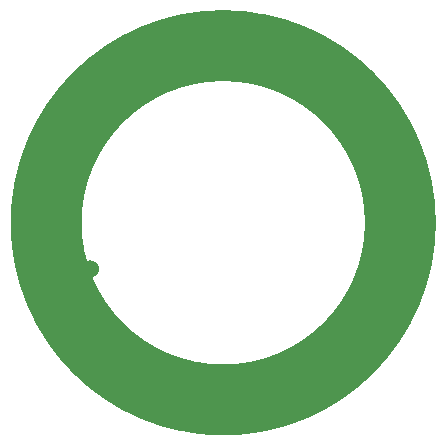
<source format=gbr>
%TF.GenerationSoftware,KiCad,Pcbnew,7.0.8*%
%TF.CreationDate,2024-09-29T17:39:07-05:00*%
%TF.ProjectId,CapacitiveLedFadeTiny,43617061-6369-4746-9976-654c65644661,rev?*%
%TF.SameCoordinates,Original*%
%TF.FileFunction,Paste,Bot*%
%TF.FilePolarity,Positive*%
%FSLAX46Y46*%
G04 Gerber Fmt 4.6, Leading zero omitted, Abs format (unit mm)*
G04 Created by KiCad (PCBNEW 7.0.8) date 2024-09-29 17:39:07*
%MOMM*%
%LPD*%
G01*
G04 APERTURE LIST*
%ADD10C,6.000000*%
%ADD11C,1.524000*%
G04 APERTURE END LIST*
D10*
%TO.C,J4*%
X144032000Y-96520000D02*
G75*
G03*
X144032000Y-96520000I-15000000J0D01*
G01*
%TD*%
D11*
%TO.C,J4*%
X117733309Y-100415307D03*
%TD*%
M02*

</source>
